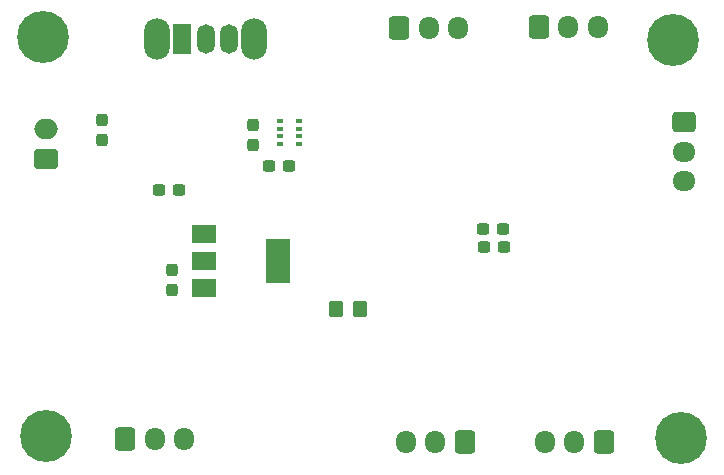
<source format=gbr>
%TF.GenerationSoftware,KiCad,Pcbnew,7.0.9*%
%TF.CreationDate,2025-06-07T20:59:00+05:30*%
%TF.ProjectId,flight_computer_rocketry,666c6967-6874-45f6-936f-6d7075746572,rev?*%
%TF.SameCoordinates,Original*%
%TF.FileFunction,Soldermask,Bot*%
%TF.FilePolarity,Negative*%
%FSLAX46Y46*%
G04 Gerber Fmt 4.6, Leading zero omitted, Abs format (unit mm)*
G04 Created by KiCad (PCBNEW 7.0.9) date 2025-06-07 20:59:00*
%MOMM*%
%LPD*%
G01*
G04 APERTURE LIST*
G04 Aperture macros list*
%AMRoundRect*
0 Rectangle with rounded corners*
0 $1 Rounding radius*
0 $2 $3 $4 $5 $6 $7 $8 $9 X,Y pos of 4 corners*
0 Add a 4 corners polygon primitive as box body*
4,1,4,$2,$3,$4,$5,$6,$7,$8,$9,$2,$3,0*
0 Add four circle primitives for the rounded corners*
1,1,$1+$1,$2,$3*
1,1,$1+$1,$4,$5*
1,1,$1+$1,$6,$7*
1,1,$1+$1,$8,$9*
0 Add four rect primitives between the rounded corners*
20,1,$1+$1,$2,$3,$4,$5,0*
20,1,$1+$1,$4,$5,$6,$7,0*
20,1,$1+$1,$6,$7,$8,$9,0*
20,1,$1+$1,$8,$9,$2,$3,0*%
G04 Aperture macros list end*
%ADD10C,0.700000*%
%ADD11C,4.400000*%
%ADD12RoundRect,0.250000X-0.600000X-0.725000X0.600000X-0.725000X0.600000X0.725000X-0.600000X0.725000X0*%
%ADD13O,1.700000X1.950000*%
%ADD14RoundRect,0.250000X-0.725000X0.600000X-0.725000X-0.600000X0.725000X-0.600000X0.725000X0.600000X0*%
%ADD15O,1.950000X1.700000*%
%ADD16RoundRect,0.250000X0.750000X-0.600000X0.750000X0.600000X-0.750000X0.600000X-0.750000X-0.600000X0*%
%ADD17O,2.000000X1.700000*%
%ADD18RoundRect,0.250000X0.600000X0.725000X-0.600000X0.725000X-0.600000X-0.725000X0.600000X-0.725000X0*%
%ADD19RoundRect,0.237500X0.300000X0.237500X-0.300000X0.237500X-0.300000X-0.237500X0.300000X-0.237500X0*%
%ADD20O,2.200000X3.500000*%
%ADD21R,1.500000X2.500000*%
%ADD22O,1.500000X2.500000*%
%ADD23RoundRect,0.250000X0.350000X0.450000X-0.350000X0.450000X-0.350000X-0.450000X0.350000X-0.450000X0*%
%ADD24R,0.500000X0.350000*%
%ADD25RoundRect,0.237500X-0.300000X-0.237500X0.300000X-0.237500X0.300000X0.237500X-0.300000X0.237500X0*%
%ADD26RoundRect,0.237500X0.237500X-0.300000X0.237500X0.300000X-0.237500X0.300000X-0.237500X-0.300000X0*%
%ADD27RoundRect,0.237500X-0.237500X0.300000X-0.237500X-0.300000X0.237500X-0.300000X0.237500X0.300000X0*%
%ADD28R,2.000000X1.500000*%
%ADD29R,2.000000X3.800000*%
G04 APERTURE END LIST*
D10*
%TO.C,H3*%
X94235000Y-59563000D03*
X94718274Y-58396274D03*
X94718274Y-60729726D03*
X95885000Y-57913000D03*
D11*
X95885000Y-59563000D03*
D10*
X95885000Y-61213000D03*
X97051726Y-58396274D03*
X97051726Y-60729726D03*
X97535000Y-59563000D03*
%TD*%
%TO.C,H4*%
X147575000Y-59817000D03*
X148058274Y-58650274D03*
X148058274Y-60983726D03*
X149225000Y-58167000D03*
D11*
X149225000Y-59817000D03*
D10*
X149225000Y-61467000D03*
X150391726Y-58650274D03*
X150391726Y-60983726D03*
X150875000Y-59817000D03*
%TD*%
D12*
%TO.C,J3*%
X126024000Y-58793500D03*
D13*
X128524000Y-58793500D03*
X131024000Y-58793500D03*
%TD*%
D14*
%TO.C,J8*%
X150114000Y-66755000D03*
D15*
X150114000Y-69255000D03*
X150114000Y-71755000D03*
%TD*%
D10*
%TO.C,H2*%
X148210000Y-93472000D03*
X148693274Y-92305274D03*
X148693274Y-94638726D03*
X149860000Y-91822000D03*
D11*
X149860000Y-93472000D03*
D10*
X149860000Y-95122000D03*
X151026726Y-92305274D03*
X151026726Y-94638726D03*
X151510000Y-93472000D03*
%TD*%
D12*
%TO.C,J9*%
X102823000Y-93599000D03*
D13*
X105323000Y-93599000D03*
X107823000Y-93599000D03*
%TD*%
D16*
%TO.C,J7*%
X96139000Y-69850000D03*
D17*
X96139000Y-67350000D03*
%TD*%
D10*
%TO.C,H1*%
X94490000Y-93345000D03*
X94973274Y-92178274D03*
X94973274Y-94511726D03*
X96140000Y-91695000D03*
D11*
X96140000Y-93345000D03*
D10*
X96140000Y-94995000D03*
X97306726Y-92178274D03*
X97306726Y-94511726D03*
X97790000Y-93345000D03*
%TD*%
D18*
%TO.C,J4*%
X131572000Y-93853000D03*
D13*
X129072000Y-93853000D03*
X126572000Y-93853000D03*
%TD*%
D18*
%TO.C,J5*%
X143343000Y-93853000D03*
D13*
X140843000Y-93853000D03*
X138343000Y-93853000D03*
%TD*%
D12*
%TO.C,J2*%
X137835000Y-58666500D03*
D13*
X140335000Y-58666500D03*
X142835000Y-58666500D03*
%TD*%
D19*
%TO.C,C2*%
X107415500Y-72517000D03*
X105690500Y-72517000D03*
%TD*%
D20*
%TO.C,SW3*%
X105528000Y-59690000D03*
X113728000Y-59690000D03*
D21*
X107628000Y-59690000D03*
D22*
X109628000Y-59690000D03*
X111628000Y-59690000D03*
%TD*%
D23*
%TO.C,R5*%
X122682000Y-82550000D03*
X120682000Y-82550000D03*
%TD*%
D24*
%TO.C,U3*%
X117551000Y-68610000D03*
X117551000Y-67960000D03*
X117551000Y-67310000D03*
X117551000Y-66660000D03*
X115951000Y-66660000D03*
X115951000Y-67310000D03*
X115951000Y-67960000D03*
X115951000Y-68610000D03*
%TD*%
D25*
%TO.C,C8*%
X114961500Y-70485000D03*
X116686500Y-70485000D03*
%TD*%
D19*
%TO.C,C11*%
X134847500Y-75819000D03*
X133122500Y-75819000D03*
%TD*%
D26*
%TO.C,C1*%
X100838000Y-68299500D03*
X100838000Y-66574500D03*
%TD*%
D27*
%TO.C,C15*%
X106807000Y-79274500D03*
X106807000Y-80999500D03*
%TD*%
D19*
%TO.C,C18*%
X134898000Y-77340500D03*
X133173000Y-77340500D03*
%TD*%
D28*
%TO.C,U5*%
X109499000Y-80786000D03*
X109499000Y-78486000D03*
D29*
X115799000Y-78486000D03*
D28*
X109499000Y-76186000D03*
%TD*%
D26*
%TO.C,C6*%
X113665000Y-68680500D03*
X113665000Y-66955500D03*
%TD*%
M02*

</source>
